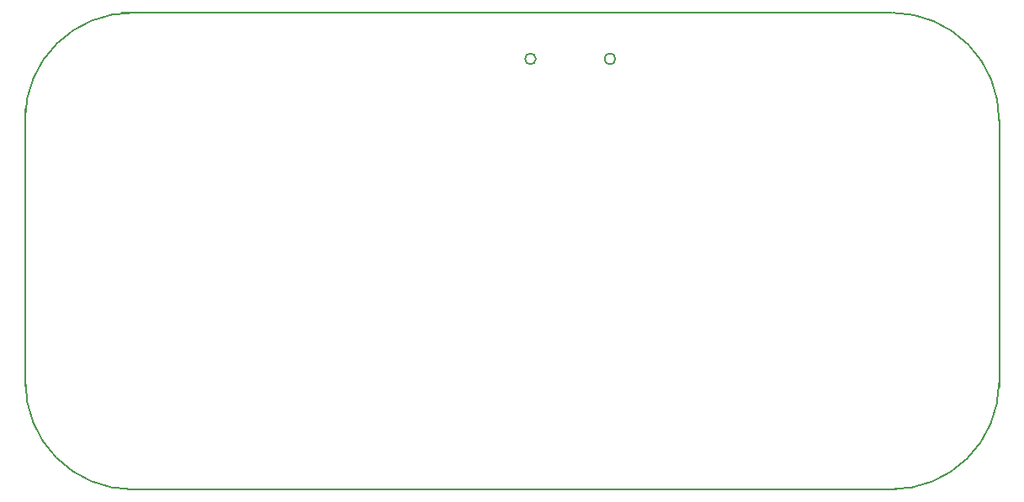
<source format=gm1>
G04*
G04 #@! TF.GenerationSoftware,Altium Limited,Altium Designer,21.0.8 (223)*
G04*
G04 Layer_Color=16711935*
%FSLAX25Y25*%
%MOIN*%
G70*
G04*
G04 #@! TF.SameCoordinates,A399C05B-B16C-483E-863C-B068B867FB55*
G04*
G04*
G04 #@! TF.FilePolarity,Positive*
G04*
G01*
G75*
%ADD17C,0.00500*%
%ADD18C,0.00600*%
D17*
X319378Y-23572D02*
G03*
X362093Y18568I405J42309D01*
G01*
X362119Y122612D02*
G03*
X319978Y165328I-42309J405D01*
G01*
X-23563Y19093D02*
G03*
X18578Y-23622I42309J-405D01*
G01*
X18978Y165328D02*
G03*
X-23737Y123187I-405J-42309D01*
G01*
X45348Y-23622D02*
X58722D01*
X362205Y17154D02*
Y122901D01*
X293145Y-23622D02*
X321428D01*
X14505Y165354D02*
X319751D01*
X17328Y-23622D02*
X45348D01*
X-23622Y17328D02*
Y127228D01*
X214388Y-23622D02*
X296450D01*
X135688D02*
X218220D01*
X56898D02*
X139700D01*
D18*
X178654Y147066D02*
G03*
X178654Y147066I-2165J0D01*
G01*
X210150D02*
G03*
X210150Y147066I-2165J0D01*
G01*
M02*

</source>
